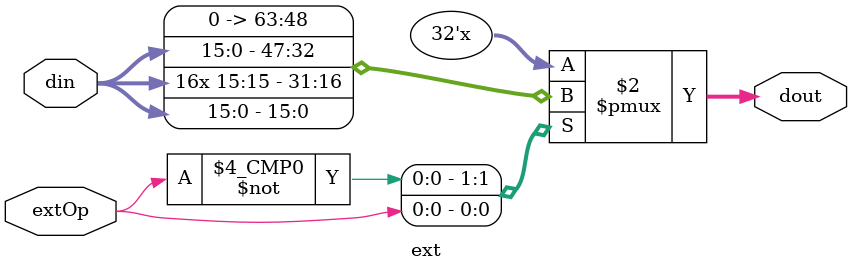
<source format=v>
`timescale 1ns / 1ps


module ext #(parameter WIDTH = 16)(
    input           			extOp,
    input       [WIDTH - 1:0]	din,
	output reg  [31:0]			dout
    );
    
    always @ ( * )
        begin
            case (extOp)
                1'b0: dout = {{(32 - WIDTH){1'b0}}, din};// zero
                1'b1: dout = {{(32 - WIDTH){din[WIDTH - 1]}}, din};// sign
                default: dout = din;
            endcase
        end
        
endmodule


</source>
